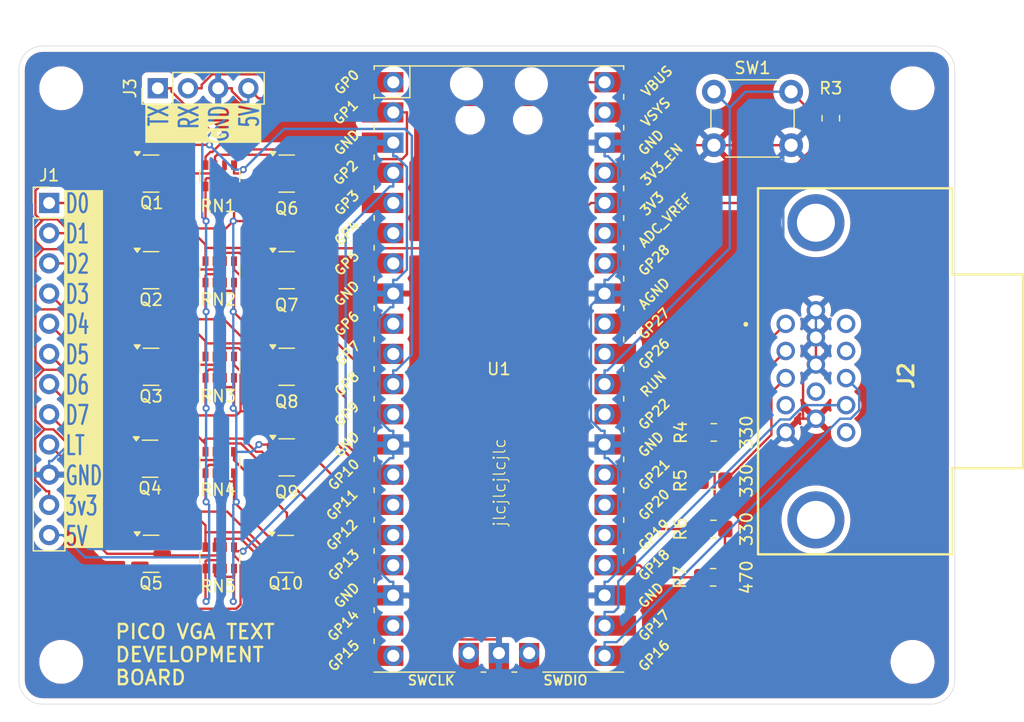
<source format=kicad_pcb>
(kicad_pcb (version 20240108) (generator "pcbnew") (generator_version "8.0")
  (layers (0 "F.Cu" signal) (31 "B.Cu" signal) (34 "B.Paste" user) (35 "F.Paste" user) (36 "B.SilkS" user "B.Silkscreen") (37 "F.SilkS" user "F.Silkscreen") (38 "B.Mask" user) (39 "F.Mask" user) (44 "Edge.Cuts" user))
  (net 0 "")
  (net 1 "+3V3")
  (net 2 "D0")
  (net 3 "LD0")
  (net 4 "D1")
  (net 5 "LD1")
  (net 6 "LD2")
  (net 7 "D2")
  (net 8 "LD3")
  (net 9 "D3")
  (net 10 "D4")
  (net 11 "LD4")
  (net 12 "D5")
  (net 13 "LD5")
  (net 14 "D6")
  (net 15 "LD6")
  (net 16 "LD7")
  (net 17 "D7")
  (net 18 "L_LATCH")
  (net 19 "LATCH")
  (net 20 "L_RX")
  (net 21 "TX")
  (net 22 "RUN")
  (net 23 "+5V")
  (net 24 "GND")
  (net 25 "L_TX")
  (net 26 "R")
  (net 27 "Net-(U1-GPIO21)")
  (net 28 "Net-(U1-GPIO20)")
  (net 29 "B")
  (net 30 "Net-(U1-GPIO19)")
  (net 31 "G")
  (net 32 "Net-(U1-GPIO18)")
  (net 49 "VSYNC")
  (net 51 "HSYNC")
  (footprint "MountingHole:MountingHole_3.2mm_M3" (layer "F.Cu") (at 119.888 99.568)
    (property "Reference" "H3")
    (property "Value" "MountingHole")
  )
  (footprint "Resistor_SMD:R_Array_Convex_4x0603" (layer "F.Cu") (at 61.6025 74.774 -90)
    (property "Reference" "RN3")
    (property "Value" "10k")
  )
  (footprint "Package_TO_SOT_SMD:SOT-23" (layer "F.Cu") (at 55.82 66.614)
    (property "Reference" "Q2")
    (property "Value" "BSS138")
  )
  (footprint "components:618015330923" (layer "F.Cu") (at 123.19 75.122 90)
    (property "Reference" "J2")
    (property "Value" "VGA" (hide yes))
  )
  (footprint "Resistor_SMD:R_0805_2012Metric_Pad1.20x1.40mm_HandSolder" (layer "F.Cu") (at 103.14 88.392)
    (property "Reference" "R6")
    (property "Value" "330")
  )
  (footprint "Package_TO_SOT_SMD:SOT-23" (layer "F.Cu") (at 55.82 58.486)
    (property "Reference" "Q1")
    (property "Value" "BSS138")
  )
  (footprint "Package_TO_SOT_SMD:SOT-23" (layer "F.Cu") (at 67.153 90.49)
    (property "Reference" "Q10")
    (property "Value" "BSS138")
  )
  (footprint "Package_TO_SOT_SMD:SOT-23" (layer "F.Cu") (at 55.82 74.742)
    (property "Reference" "Q3")
    (property "Value" "BSS138")
  )
  (footprint "MountingHole:MountingHole_3.2mm_M3" (layer "F.Cu") (at 119.888 51.308)
    (property "Reference" "H2")
    (property "Value" "MountingHole")
  )
  (footprint "Resistor_SMD:R_Array_Convex_4x0603" (layer "F.Cu") (at 61.6025 82.794 -90)
    (property "Reference" "RN4")
    (property "Value" "10k")
  )
  (footprint "Resistor_SMD:R_Array_Convex_4x0603" (layer "F.Cu") (at 61.6025 58.674 -90)
    (property "Reference" "RN1")
    (property "Value" "10k")
  )
  (footprint "Resistor_SMD:R_Array_Convex_4x0603" (layer "F.Cu") (at 61.6025 66.754 -90)
    (property "Reference" "RN2")
    (property "Value" "10k")
  )
  (footprint "Package_TO_SOT_SMD:SOT-23" (layer "F.Cu") (at 67.2315 66.614)
    (property "Reference" "Q7")
    (property "Value" "BSS138")
  )
  (footprint "Resistor_SMD:R_0805_2012Metric_Pad1.20x1.40mm_HandSolder" (layer "F.Cu") (at 103.172 80.264)
    (property "Reference" "R4")
    (property "Value" "330")
  )
  (footprint "Package_TO_SOT_SMD:SOT-23" (layer "F.Cu") (at 67.2315 58.486)
    (property "Reference" "Q6")
    (property "Value" "BSS138")
  )
  (footprint "MCU_RaspberryPi_and_Boards:RPi_Pico_SMD_TH" (layer "F.Cu") (at 85.09 74.93)
    (property "Reference" "U1")
    (property "Value" "Pico")
  )
  (footprint "Package_TO_SOT_SMD:SOT-23" (layer "F.Cu") (at 67.2315 74.742)
    (property "Reference" "Q8")
    (property "Value" "BSS138")
  )
  (footprint "Resistor_SMD:R_Array_Convex_4x0603" (layer "F.Cu") (at 61.6025 90.814 -90)
    (property "Reference" "RN5")
    (property "Value" "10k")
  )
  (footprint "Resistor_SMD:R_0805_2012Metric_Pad1.20x1.40mm_HandSolder" (layer "F.Cu") (at 113.014 53.832 90)
    (property "Reference" "R3")
    (property "Value" "10K")
  )
  (footprint "MountingHole:MountingHole_3.2mm_M3" (layer "F.Cu") (at 48.26 99.568)
    (property "Reference" "H4")
    (property "Value" "MountingHole")
  )
  (footprint "Package_TO_SOT_SMD:SOT-23" (layer "F.Cu") (at 67.2315 82.362)
    (property "Reference" "Q9")
    (property "Value" "BSS138")
  )
  (footprint "Connector_PinHeader_2.54mm:PinHeader_1x04_P2.54mm_Vertical" (layer "F.Cu") (at 56.388 51.308 90)
    (property "Reference" "J3")
    (property "Value" "UART")
  )
  (footprint "Package_TO_SOT_SMD:SOT-23" (layer "F.Cu") (at 55.7415 82.476)
    (property "Reference" "Q4")
    (property "Value" "BSS138")
  )
  (footprint "Button_Switch_THT:SW_PUSH_6mm" (layer "F.Cu") (at 103.176 51.598)
    (property "Reference" "SW1")
    (property "Value" "SW_Push")
  )
  (footprint "Package_TO_SOT_SMD:SOT-23" (layer "F.Cu") (at 55.82 90.477)
    (property "Reference" "Q5")
    (property "Value" "BSS138")
  )
  (footprint "Resistor_SMD:R_0805_2012Metric_Pad1.20x1.40mm_HandSolder" (layer "F.Cu") (at 103.108 92.456)
    (property "Reference" "R7")
    (property "Value" "470")
  )
  (footprint "Resistor_SMD:R_0805_2012Metric_Pad1.20x1.40mm_HandSolder" (layer "F.Cu") (at 103.14 84.328)
    (property "Reference" "R5")
    (property "Value" "330")
  )
  (footprint "Connector_PinHeader_2.54mm:PinHeader_1x12_P2.54mm_Vertical" (layer "F.Cu") (at 47.244 60.96)
    (property "Reference" "J1")
    (property "Value" "CONN")
  )
  (footprint "MountingHole:MountingHole_3.2mm_M3" (layer "F.Cu") (at 48.26 51.308)
    (property "Reference" "H1")
    (property "Value" "MountingHole")
  )
  (gr_line (start 44.704 101.124) (end 44.704 49.752) (stroke (width 0.05)) (layer "Edge.Cuts"))
  (gr_arc (start 121.444 47.752) (mid 122.858214 48.337786) (end 123.444 49.752) (stroke (width 0.05)) (layer "Edge.Cuts"))
  (gr_arc (start 44.704 49.752) (mid 45.289786 48.337786) (end 46.704 47.752) (stroke (width 0.05)) (layer "Edge.Cuts"))
  (gr_arc (start 123.444 101.124) (mid 122.858214 102.538214) (end 121.444 103.124) (stroke (width 0.05)) (layer "Edge.Cuts"))
  (gr_line (start 121.444 103.124) (end 46.704 103.124) (stroke (width 0.05)) (layer "Edge.Cuts"))
  (gr_arc (start 46.704 103.124) (mid 45.289786 102.538214) (end 44.704 101.124) (stroke (width 0.05)) (layer "Edge.Cuts"))
  (gr_line (start 46.704 47.752) (end 121.444 47.752) (stroke (width 0.05)) (layer "Edge.Cuts"))
  (gr_line (start 123.444 49.752) (end 123.444 101.124) (stroke (width 0.05)) (layer "Edge.Cuts"))
  (gr_text "jlcjlcjlcjlc" (at 85.725 88.265 90) (layer "F.SilkS") (effects (font (size 1 1) (thickness 0.1)) (justify left bottom)))
  (gr_text "PICO VGA TEXT\nDEVELOPMENT\nBOARD" (at 52.705 101.6 0) (layer "F.SilkS") (effects (font (size 1.2 1.2) (thickness 0.2)) (justify left bottom)))
  (gr_text "TX\nRX\nGND\n5V" (at 65.024 52.638 90) (layer "F.SilkS" knockout) (effects (font (size 1.58 1) (thickness 0.2)) (justify right bottom)))
  (gr_text "D0\nD1\nD2\nD3\nD4\nD5\nD6\nD7\nLT\nGND\n3v3\n5V" (at 48.514 89.916 0) (layer "F.SilkS" knockout) (effects (font (size 1.58 1) (thickness 0.2)) (justify left bottom)))
  (segment (start 66.2155 89.54) (end 62.992 86.3165) (width 0.2) (layer "F.Cu") (net 1))
  (segment (start 62.8025 62.4195) (end 62.738 62.484) (width 0.2) (layer "F.Cu") (net 1))
  (segment (start 62.738 62.484) (end 64.008 62.484) (width 0.2) (layer "F.Cu") (net 1))
  (segment (start 62.8025 59.5745) (end 62.8025 59.575) (width 0.2) (layer "F.Cu") (net 1))
  (segment (start 62.8025 67.654) (end 62.8025 68.254) (width 0.2) (layer "F.Cu") (net 1))
  (segment (start 46.6304 62.483) (end 46.0938 61.9464) (width 0.2) (layer "F.Cu") (net 1))
  (segment (start 54.8825 65.664) (end 54.0665 64.848) (width 0.2) (layer "F.Cu") (net 1))
  (segment (start 62.8025 59.5901) (end 62.8025 59.582) (width 0.2) (layer "F.Cu") (net 1))
  (segment (start 46.0756 80.7843) (end 46.0756 84.2798) (width 0.2) (layer "F.Cu") (net 1))
  (segment (start 62.8025 59.582) (end 62.8025 59.578) (width 0.2) (layer "F.Cu") (net 1))
  (segment (start 62.8025 59.578) (end 62.8025 59.582) (width 0.2) (layer "F.Cu") (net 1))
  (segment (start 93.98 60.96) (end 92.8299 60.96) (width 0.2) (layer "F.Cu") (net 1))
  (segment (start 54.8825 89.527) (end 54.8825 87.2863) (width 0.2) (layer "F.Cu") (net 1))
  (segment (start 46.8499 80.01) (end 46.0938 79.2539) (width 0.2) (layer "F.Cu") (net 1))
  (segment (start 61.2025 84.294) (end 61.3025 84.394) (width 0.2) (layer "F.Cu") (net 1))
  (segment (start 47.938 62.3375) (end 46.7759 62.3375) (width 0.2) (layer "F.Cu") (net 1))
  (segment (start 61.2025 76.274) (end 61.3825 76.454) (width 0.2) (layer "F.Cu") (net 1))
  (segment (start 62.8025 59.7035) (end 62.8025 59.833) (width 0.2) (layer "F.Cu") (net 1))
  (segment (start 47.244 86.36) (end 47.244 85.2099) (width 0.2) (layer "F.Cu") (net 1))
  (segment (start 48.7003 63.0998) (end 47.938 62.3375) (width 0.2) (layer "F.Cu") (net 1))
  (segment (start 62.8025 60.174) (end 62.8025 60.092) (width 0.2) (layer "F.Cu") (net 1))
  (segment (start 46.0938 75.6977) (end 46.7997 74.9918) (width 0.2) (layer "F.Cu") (net 1))
  (segment (start 62.8025 59.5742) (end 62.8025 59.5745) (width 0.2) (layer "F.Cu") (net 1))
  (segment (start 46.0756 84.2798) (end 47.0057 85.2099) (width 0.2) (layer "F.Cu") (net 1))
  (segment (start 62.8025 92.314) (end 62.8025 94.4235) (width 0.2) (layer "F.Cu") (net 1))
  (segment (start 46.0939 63.0195) (end 46.0939 64.1824) (width 0.2) (layer "F.Cu") (net 1))
  (segment (start 46.0938 74.2859) (end 46.7997 74.9918) (width 0.2) (layer "F.Cu") (net 1))
  (segment (start 46.6304 62.483) (end 46.0939 63.0195) (width 0.2) (layer "F.Cu") (net 1))
  (segment (start 62.8025 59.578) (end 62.8025 59.576) (width 0.2) (layer "F.Cu") (net 1))
  (segment (start 62.8025 59.6387) (end 62.8025 59.6063) (width 0.2) (layer "F.Cu") (net 1))
  (segment (start 62.8025 60.092) (end 62.8025 60.174) (width 0.2) (layer "F.Cu") (net 1))
  (segment (start 61.5025 68.354) (end 62.7025 68.354) (width 0.2) (layer "F.Cu") (net 1))
  (segment (start 62.8025 76.3895) (end 62.8025 78.1675) (width 0.2) (layer "F.Cu") (net 1))
  (segment (start 62.7025 92.414) (end 62.8025 92.314) (width 0.2) (layer "F.Cu") (net 1))
  (segment (start 46.0938 65.5137) (end 46.0938 69.9116) (width 0.2) (layer "F.Cu") (net 1))
  (segment (start 62.8025 75.8833) (end 62.8025 76.3895) (width 0.2) (layer "F.Cu") (net 1))
  (segment (start 66.294 73.6599) (end 66.294 73.792) (width 0.2) (layer "F.Cu") (net 1))
  (segment (start 62.8025 59.575) (end 62.8025 59.5745) (width 0.2) (layer "F.Cu") (net 1))
  (segment (start 46.0938 69.9116) (end 46.0938 74.2859) (width 0.2) (layer "F.Cu") (net 1))
  (segment (start 61.2025 68.054) (end 61.5025 68.354) (width 0.2) (layer "F.Cu") (net 1))
  (segment (start 62.7025 84.394) (end 62.8025 84.294) (width 0.2) (layer "F.Cu") (net 1))
  (segment (start 51.8901 73.792) (end 48.0097 69.9116) (width 0.2) (layer "F.Cu") (net 1))
  (segment (start 46.0939 64.1824) (end 46.7595 64.848) (width 0.2) (layer "F.Cu") (net 1))
  (segment (start 46.7759 62.3375) (end 46.6304 62.483) (width 0.2) (layer "F.Cu") (net 1))
  (segment (start 61.2025 60.174) (end 61.3025 60.274) (width 0.2) (layer "F.Cu") (net 1))
  (segment (start 62.8025 68.254) (end 62.8025 67.654) (width 0.2) (layer "F.Cu") (net 1))
  (segment (start 61.2025 67.654) (end 61.2025 68.054) (width 0.2) (layer "F.Cu") (net 1))
  (segment (start 54.8825 87.2863) (end 47.6062 80.01) (width 0.2) (layer "F.Cu") (net 1))
  (segment (start 62.992 86.3165) (end 62.992 86.106) (width 0.2) (layer "F.Cu") (net 1))
  (segment (start 62.8025 75.8833) (end 62.8025 75.674) (width 0.2) (layer "F.Cu") (net 1))
  (segment (start 46.7997 74.9918) (end 48.0099 74.9918) (width 0.2) (layer "F.Cu") (net 1))
  (segment (start 62.1222 63.0998) (end 48.7003 63.0998) (width 0.2) (layer "F.Cu") (net 1))
  (segment (start 48.4761 57.536) (end 54.8825 57.536) (width 0.2) (layer "F.Cu") (net 1))
  (segment (start 54.5441 81.526) (end 54.804 81.526) (width 0.2) (layer "F.Cu") (net 1))
  (segment (start 62.7381 70.1039) (end 62.738 70.104) (width 0.2) (layer "F.Cu") (net 1))
  (segment (start 62.8025 75.674) (end 62.8025 75.8833) (width 0.2) (layer "F.Cu") (net 1))
  (segment (start 62.8025 68.254) (end 62.8025 70.0395) (width 0.2) (layer "F.Cu") (net 1))
  (segment (start 54.8825 73.792) (end 51.8901 73.792) (width 0.2) (layer "F.Cu") (net 1))
  (segment (start 61.3825 76.454) (end 62.738 76.454) (width 0.2) (layer "F.Cu") (net 1))
  (segment (start 62.8025 59.5901) (end 62.8025 59.6063) (width 0.2) (layer "F.Cu") (net 1))
  (segment (start 46.8499 80.01) (end 46.0756 80.7843) (width 0.2) (layer "F.Cu") (net 1))
  (segment (start 46.7595 64.848) (end 46.0938 65.5137) (width 0.2) (layer "F.Cu") (net 1))
  (segment (start 62.8025 59.575) (end 62.8025 59.576) (width 0.2) (layer "F.Cu") (net 1))
  (segment (start 62.8025 59.5741) (end 62.8025 59.5742) (width 0.2) (layer "F.Cu") (net 1))
  (segment (start 62.8025 59.6063) (end 62.8025 59.5901) (width 0.2) (layer "F.Cu") (net 1))
  (segment (start 62.8025 83.694) (end 62.8025 84.294) (width 0.2) (layer "F.Cu") (net 1))
  (segment (start 62.8025 76.3895) (end 62.8025 75.8833) (width 0.2) (layer "F.Cu") (net 1))
  (segment (start 62.8025 59.6063) (end 62.8025 59.6387) (width 0.2) (layer "F.Cu") (net 1))
  (segment (start 61.2025 92.314) (end 61.3025 92.414) (width 0.2) (layer "F.Cu") (net 1))
  (segment (start 62.8025 78.1675) (end 62.738 78.232) (width 0.2) (layer "F.Cu") (net 1))
  (segment (start 62.8025 84.294) (end 62.8025 85.9165) (width 0.2) (layer "F.Cu") (net 1))
  (segment (start 62.8025 59.576) (end 62.8025 59.575) (width 0.2) (layer "F.Cu") (net 1))
  (segment (start 62.8025 59.574) (end 62.8025 59.5741) (width 0.2) (layer "F.Cu") (net 1))
  (segment (start 61.3025 84.394) (end 62.7025 84.394) (width 0.2) (layer "F.Cu") (net 1))
  (segment (start 64.8974 81.2886) (end 66.1706 81.2886) (width 0.2) (layer "F.Cu") (net 1))
  (segment (start 62.7025 60.274) (end 62.8025 60.174) (width 0.2) (layer "F.Cu") (net 1))
  (segment (start 61.2025 91.714) (end 61.2025 92.314) (width 0.2) (layer "F.Cu") (net 1))
  (segment (start 46.0938 59.9183) (end 48.4761 57.536) (width 0.2) (layer "F.Cu") (net 1))
  (segment (start 62.8025 92.314) (end 62.8025 91.714) (width 0.2) (layer "F.Cu") (net 1))
  (segment (start 106.886 60.96) (end 93.98 60.96) (width 0.2) (layer "F.Cu") (net 1))
  (segment (start 62.8025 59.582) (end 62.8025 59.5901) (width 0.2) (layer "F.Cu") (net 1))
  (segment (start 62.8025 84.294) (end 62.8025 83.694) (width 0.2) (layer "F.Cu") (net 1))
  (segment (start 66.294 64.77) (end 66.294 65.664) (width 0.2) (layer "F.Cu") (net 1))
  (segment (start 62.8025 70.0395) (end 62.7381 70.1039) (width 0.2) (layer "F.Cu") (net 1))
  (segment (start 64.008 62.484) (end 66.294 64.77) (width 0.2) (layer "F.Cu") (net 1))
  (segment (start 62.8025 59.5745) (end 62.8025 59.5742) (width 0.2) (layer "F.Cu") (net 1))
  (segment (start 62.8025 59.576) (end 62.8025 59.578) (width 0.2) (layer "F.Cu") (net 1))
  (segment (start 47.6062 80.01) (end 46.8499 80.01) (width 0.2) (layer "F.Cu") (net 1))
  (segment (start 62.738 76.454) (end 62.8025 76.3895) (width 0.2) (layer "F.Cu") (net 1))
  (segment (start 89.0199 64.77) (end 92.8299 60.96) (width 0.2) (layer "F.Cu") (net 1))
  (segment (start 61.2025 59.574) (end 61.2025 60.174) (width 0.2) (layer "F.Cu") (net 1))
  (segment (start 62.8025 85.9165) (end 62.992 86.106) (width 0.2) (layer "F.Cu") (net 1))
  (segment (start 46.0938 61.9464) (end 46.0938 59.9183) (width 0.2) (layer "F.Cu") (net 1))
  (segment (start 62.8025 91.714) (end 62.8025 92.314) (width 0.2) (layer "F.Cu") (net 1))
  (segment (start 48.0099 74.9918) (end 54.5441 81.526) (width 0.2) (layer "F.Cu") (net 1))
  (segment (start 113.014 54.832) (end 106.886 60.96) (width 0.2) (layer "F.Cu") (net 1))
  (segment (start 62.8025 59.5741) (end 62.8025 59.574) (width 0.2) (layer "F.Cu") (net 1))
  (segment (start 62.8025 94.4235) (end 62.738 94.488) (width 0.2) (layer "F.Cu") (net 1))
  (segment (start 62.8025 60.092) (end 62.8025 59.833) (width 0.2) (layer "F.Cu") (net 1))
  (segment (start 62.8025 59.5742) (end 62.8025 59.5741) (width 0.2) (layer "F.Cu") (net 1))
  (segment (start 47.0057 85.2099) (end 47.244 85.2099) (width 0.2) (layer "F.Cu") (net 1))
  (segment (start 62.8025 59.574) (end 64.256 59.574) (width 0.2) (layer "F.Cu") (net 1))
  (segment (start 61.3025 92.414) (end 62.7025 92.414) (width 0.2) (layer "F.Cu") (net 1))
  (segment (start 61.3025 60.274) (end 62.7025 60.274) (width 0.2) (layer "F.Cu") (net 1))
  (segment (start 66.1706 81.2886) (end 66.294 81.412) (width 0.2) (layer "F.Cu") (net 1))
  (segment (start 62.7381 70.1039) (end 66.294 73.6599) (width 0.2) (layer "F.Cu") (net 1))
  (segment (start 61.2025 83.694) (end 61.2025 84.294) (width 0.2) (layer "F.Cu") (net 1))
  (segment (start 62.8025 60.174) (end 62.8025 62.4195) (width 0.2) (layer "F.Cu") (net 1))
  (segment (start 48.0097 69.9116) (end 46.0938 69.9116) (width 0.2) (layer "F.Cu") (net 1))
  (segment (start 62.8025 59.7035) (end 62.8025 59.6387) (width 0.2) (layer "F.Cu") (net 1))
  (segment (start 46.0938 79.2539) (end 46.0938 75.6977) (width 0.2) (layer "F.Cu") (net 1))
  (segment (start 62.8025 59.6387) (end 62.8025 59.7035) (width 0.2) (layer "F.Cu") (net 1))
  (segment (start 62.7025 68.354) (end 62.8025 68.254) (width 0.2) (layer "F.Cu") (net 1))
  (segment (start 61.2025 75.674) (end 61.2025 76.274) (width 0.2) (layer "F.Cu") (net 1))
  (segment (start 66.294 64.77) (end 89.0199 64.77) (width 0.2) (layer "F.Cu") (net 1))
  (segment (start 54.0665 64.848) (end 46.7595 64.848) (width 0.2) (layer "F.Cu") (net 1))
  (segment (start 62.8025 59.833) (end 62.8025 60.092) (width 0.2) (layer "F.Cu") (net 1))
  (segment (start 62.8025 59.833) (end 62.8025 59.7035) (width 0.2) (layer "F.Cu") (net 1))
  (segment (start 64.256 59.574) (end 66.294 57.536) (width 0.2) (layer "F.Cu") (net 1))
  (segment (start 62.738 62.484) (end 62.1222 63.0998) (width 0.2) (layer "F.Cu") (net 1))
  (via (at 64.8974 81.2886) (size 0.6) (drill 0.3) (layers "F.Cu" "B.Cu") (net 1))
  (via (at 62.738 70.104) (size 0.6) (drill 0.3) (layers "F.Cu" "B.Cu") (net 1))
  (via (at 62.738 78.232) (size 0.6) (drill 0.3) (layers "F.Cu" "B.Cu") (net 1))
  (via (at 62.738 94.488) (size 0.6) (drill 0.3) (layers "F.Cu" "B.Cu") (net 1))
  (via (at 62.992 86.106) (size 0.6) (drill 0.3) (layers "F.Cu" "B.Cu") (net 1))
  (via (at 62.738 62.484) (size 0.6) (drill 0.3) (layers "F.Cu" "B.Cu") (net 1))
  (segment (start 62.992 86.106) (end 62.992 81.9009) (width 0.2) (layer "B.Cu") (net 1))
  (segment (start 62.992 81.9009) (end 62.992 78.486) (width 0.2) (layer "B.Cu") (net 1))
  (segment (start 64.2851 81.9009) (end 64.8974 81.2886) (width 0.2) (layer "B.Cu") (net 1))
  (segment (start 62.992 81.9009) (end 64.2851 81.9009) (width 0.2) (layer "B.Cu") (net 1))
  (segment (start 62.738 78.232) (end 62.738 70.104) (width 0.2) (layer "B.Cu") (net 1))
  (segment (start 62.738 94.488) (end 62.738 86.36) (width 0.2) (layer "B.Cu") (net 1))
  (segment (start 62.738 86.36) (end 62.992 86.106) (width 0.2) (layer "B.Cu") (net 1))
  (segment (start 62.738 70.104) (end 62.738 62.484) (width 0.2) (layer "B.Cu") (net 1))
  (segment (start 62.992 78.486) (end 62.738 78.232) (width 0.2) (layer "B.Cu") (net 1))
  (segment (start 56.7695 58.474) (end 61.922 58.474) (width 0.2) (layer "F.Cu") (net 2))
  (segment (start 56.7635 58.48) (end 56.7695 58.474) (width 0.2) (layer "F.Cu") (net 2))
  (segment (start 54.7439 60.96) (end 47.244 60.96) (width 0.2) (layer "F.Cu") (net 2))
  (segment (start 56.7635 58.9404) (end 54.7439 60.96) (width 0.2) (layer "F.Cu") (net 2))
  (segment (start 56.7635 58.48) (end 56.7635 58.9404) (width 0.2) (layer "F.Cu") (net 2))
  (segment (start 61.922 58.474) (end 62.0025 58.3935) (width 0.2) (layer "F.Cu") (net 2))
  (segment (start 62.0025 58.3935) (end 62.0025 57.774) (width 0.2) (layer "F.Cu") (net 2))
  (segment (start 56.7575 58.486) (end 56.7635 58.48) (width 0.2) (layer "F.Cu") (net 2))
  (segment (start 63.259 58.4741) (end 63.5761 58.157) (width 0.2) (layer "F.Cu") (net 3))
  (segment (start 54.8825 59.436) (end 54.8825 58.9235) (width 0.2) (layer "F.Cu") (net 3))
  (segment (start 62.8025 58.4741) (end 63.259 58.4741) (width 0.2) (layer "F.Cu") (net 3))
  (segment (start 54.8825 58.9235) (end 57.7382 56.0678) (width 0.2) (layer "F.Cu") (net 3))
  (segment (start 62.8025 57.774) (end 62.8025 58.4741) (width 0.2) (layer "F.Cu") (net 3))
  (segment (start 57.7382 56.0678) (end 60.7307 56.0678) (width 0.2) (layer "F.Cu") (net 3))
  (via (at 60.7307 56.0678) (size 0.6) (drill 0.3) (layers "F.Cu" "B.Cu") (net 3))
  (via (at 63.5761 58.157) (size 0.6) (drill 0.3) (layers "F.Cu" "B.Cu") (net 3))
  (segment (start 62.8199 58.157) (end 63.5761 58.157) (width 0.2) (layer "B.Cu") (net 3))
  (segment (start 77.767 55.3144) (end 77.767 73.7212) (width 0.2) (layer "B.Cu") (net 3))
  (segment (start 76.2 76.2) (end 76.2 75.0499) (width 0.2) (layer "B.Cu") (net 3))
  (segment (start 67.0033 54.7298) (end 77.1824 54.7298) (width 0.2) (layer "B.Cu") (net 3))
  (segment (start 77.767 73.7212) (end 76.4383 75.0499) (width 0.2) (layer "B.Cu") (net 3))
  (segment (start 60.7307 56.0678) (end 62.8199 58.157) (width 0.2) (layer "B.Cu") (net 3))
  (segment (start 76.4383 75.0499) (end 76.2 75.0499) (width 0.2) (layer "B.Cu") (net 3))
  (segment (start 63.5761 58.157) (end 67.0033 54.7298) (width 0.2) (layer "B.Cu") (net 3))
  (segment (start 77.1824 54.7298) (end 77.767 55.3144) (width 0.2) (layer "B.Cu") (net 3))
  (segment (start 59.436 63.5) (end 60.4025 64.4665) (width 0.2) (layer "F.Cu") (net 4))
  (segment (start 60.4025 64.7431) (end 63.5098 64.7431) (width 0.2) (layer "F.Cu") (net 4))
  (segment (start 47.244 63.5) (end 59.436 63.5) (width 0.2) (layer "F.Cu") (net 4))
  (segment (start 60.4025 64.4665) (end 60.4025 64.7431) (width 0.2) (layer "F.Cu") (net 4))
  (segment (start 65.3807 66.614) (end 68.169 66.614) (width 0.2) (layer "F.Cu") (net 4))
  (segment (start 63.5098 64.7431) (end 65.3807 66.614) (width 0.2) (layer "F.Cu") (net 4))
  (segment (start 60.4025 64.7431) (end 60.4025 65.854) (width 0.2) (layer "F.Cu") (net 4))
  (segment (start 76.2 78.74) (end 73.2499 78.74) (width 0.2) (layer "F.Cu") (net 5))
  (segment (start 63.2667 65.1539) (end 61.2025 65.1539) (width 0.2) (layer "F.Cu") (net 5))
  (segment (start 73.2499 74.5199) (end 73.2499 78.74) (width 0.2) (layer "F.Cu") (net 5))
  (segment (start 66.294 67.564) (end 73.2499 74.5199) (width 0.2) (layer "F.Cu") (net 5))
  (segment (start 65.6768 67.564) (end 63.2667 65.1539) (width 0.2) (layer "F.Cu") (net 5))
  (segment (start 66.294 67.564) (end 65.6768 67.564) (width 0.2) (layer "F.Cu") (net 5))
  (segment (start 61.2025 65.854) (end 61.2025 65.1539) (width 0.2) (layer "F.Cu") (net 5))
  (segment (start 67.3322 71.0838) (end 62.8025 66.5541) (width 0.2) (layer "F.Cu") (net 6))
  (segment (start 65.2558 74.1287) (end 65.5198 74.3927) (width 0.2) (layer "F.Cu") (net 6))
  (segment (start 67.3322 74.1287) (end 67.3322 71.0838) (width 0.2) (layer "F.Cu") (net 6))
  (segment (start 61.9485 70.742) (end 65.2558 74.0493) (width 0.2) (layer "F.Cu") (net 6))
  (segment (start 67.0682 74.3927) (end 67.3322 74.1287) (width 0.2) (layer "F.Cu") (net 6))
  (segment (start 65.2558 74.0493) (end 65.2558 74.1287) (width 0.2) (layer "F.Cu") (net 6))
  (segment (start 67.3322 74.1287) (end 68.9673 74.1287) (width 0.2) (layer "F.Cu") (net 6))
  (segment (start 68.9673 74.1287) (end 72.1942 77.3556) (width 0.2) (layer "F.Cu") (net 6))
  (segment (start 72.1942 81.216) (end 74.7982 83.82) (width 0.2) (layer "F.Cu") (net 6))
  (segment (start 54.8825 67.564) (end 58.0605 70.742) (width 0.2) (layer "F.Cu") (net 6))
  (segment (start 62.8025 65.854) (end 62.8025 66.5541) (width 0.2) (layer "F.Cu") (net 6))
  (segment (start 65.5198 74.3927) (end 67.0682 74.3927) (width 0.2) (layer "F.Cu") (net 6))
  (segment (start 74.7982 83.82) (end 76.2 83.82) (width 0.2) (layer "F.Cu") (net 6))
  (segment (start 58.0605 70.742) (end 61.9485 70.742) (width 0.2) (layer "F.Cu") (net 6))
  (segment (start 72.1942 77.3556) (end 72.1942 81.216) (width 0.2) (layer "F.Cu") (net 6))
  (segment (start 49.85 66.614) (end 56.7575 66.614) (width 0.2) (layer "F.Cu") (net 7))
  (segment (start 49.276 66.04) (end 49.85 66.614) (width 0.2) (layer "F.Cu") (net 7))
  (segment (start 57.084 66.614) (end 57.144 66.554) (width 0.2) (layer "F.Cu") (net 7))
  (segment (start 62.0025 66.454) (end 62.0025 65.854) (width 0.2) (layer "F.Cu") (net 7))
  (segment (start 47.244 66.04) (end 49.276 66.04) (width 0.2) (layer "F.Cu") (net 7))
  (segment (start 56.7575 66.614) (end 57.084 66.614) (width 0.2) (layer "F.Cu") (net 7))
  (segment (start 61.9025 66.554) (end 62.0025 66.454) (width 0.2) (layer "F.Cu") (net 7))
  (segment (start 57.144 66.554) (end 61.9025 66.554) (width 0.2) (layer "F.Cu") (net 7))
  (segment (start 76.2 86.36) (end 73.2499 86.36) (width 0.2) (layer "F.Cu") (net 8))
  (segment (start 63.4567 73.5715) (end 65.5772 75.692) (width 0.2) (layer "F.Cu") (net 8))
  (segment (start 63.4567 73.4316) (end 63.4567 73.5715) (width 0.2) (layer "F.Cu") (net 8))
  (segment (start 66.294 76.0504) (end 73.2499 83.0063) (width 0.2) (layer "F.Cu") (net 8))
  (segment (start 63.199 73.1739) (end 63.4567 73.4316) (width 0.2) (layer "F.Cu") (net 8))
  (segment (start 61.2025 73.1739) (end 63.199 73.1739) (width 0.2) (layer "F.Cu") (net 8))
  (segment (start 73.2499 83.0063) (end 73.2499 86.36) (width 0.2) (layer "F.Cu") (net 8))
  (segment (start 66.294 75.692) (end 66.294 76.0504) (width 0.2) (layer "F.Cu") (net 8))
  (segment (start 65.5772 75.692) (end 66.294 75.692) (width 0.2) (layer "F.Cu") (net 8))
  (segment (start 61.2025 73.874) (end 61.2025 73.1739) (width 0.2) (layer "F.Cu") (net 8))
  (segment (start 68.1182 74.7928) (end 68.169 74.742) (width 0.2) (layer "F.Cu") (net 9))
  (segment (start 60.4025 72.5945) (end 60.4025 72.7737) (width 0.2) (layer "F.Cu") (net 9))
  (segment (start 60.4025 72.7737) (end 60.4025 73.874) (width 0.2) (layer "F.Cu") (net 9))
  (segment (start 50.292 71.628) (end 59.436 71.628) (width 0.2) (layer "F.Cu") (net 9))
  (segment (start 63.3645 72.7737) (end 64.2459 73.6551) (width 0.2) (layer "F.Cu") (net 9))
  (segment (start 47.244 68.58) (end 50.292 71.628) (width 0.2) (layer "F.Cu") (net 9))
  (segment (start 65.2437 74.7928) (end 68.1182 74.7928) (width 0.2) (layer "F.Cu") (net 9))
  (segment (start 64.2459 73.795) (end 65.2437 74.7928) (width 0.2) (layer "F.Cu") (net 9))
  (segment (start 60.4025 72.7737) (end 63.3645 72.7737) (width 0.2) (layer "F.Cu") (net 9))
  (segment (start 64.2459 73.6551) (end 64.2459 73.795) (width 0.2) (layer "F.Cu") (net 9))
  (segment (start 59.436 71.628) (end 60.4025 72.5945) (width 0.2) (layer "F.Cu") (net 9))
  (segment (start 61.9025 74.574) (end 62.0025 74.474) (width 0.2) (layer "F.Cu") (net 10))
  (segment (start 56.9255 74.574) (end 61.9025 74.574) (width 0.2) (layer "F.Cu") (net 10))
  (segment (start 47.244 71.12) (end 50.866 74.742) (width 0.2) (layer "F.Cu") (net 10))
  (segment (start 56.7575 74.742) (end 56.9255 74.574) (width 0.2) (layer "F.Cu") (net 10))
  (segment (start 62.0025 74.474) (end 62.0025 73.874) (width 0.2) (layer "F.Cu") (net 10))
  (segment (start 50.866 74.742) (end 56.7575 74.742) (width 0.2) (layer "F.Cu") (net 10))
  (segment (start 71.8124 85.9291) (end 74.7833 88.9) (width 0.2) (layer "F.Cu") (net 11))
  (segment (start 65.6762 78.4849) (end 71.8124 84.6211) (width 0.2) (layer "F.Cu") (net 11))
  (segment (start 74.7833 88.9) (end 76.2 88.9) (width 0.2) (layer "F.Cu") (net 11))
  (segment (start 62.8025 73.874) (end 62.8025 74.5741) (width 0.2) (layer "F.Cu") (net 11))
  (segment (start 58.0255 78.835) (end 63.0025 78.835) (width 0.2) (layer "F.Cu") (net 11))
  (segment (start 63.3526 75.1242) (end 62.8025 74.5741) (width 0.2) (layer "F.Cu") (net 11))
  (segment (start 71.8124 84.6211) (end 71.8124 85.9291) (width 0.2) (layer "F.Cu") (net 11))
  (segment (start 63.3526 78.4849) (end 65.6762 78.4849) (width 0.2) (layer "F.Cu") (net 11))
  (segment (start 54.8825 75.692) (end 58.0255 78.835) (width 0.2) (layer "F.Cu") (net 11))
  (segment (start 63.3526 78.4849) (end 63.3526 75.1242) (width 0.2) (layer "F.Cu") (net 11))
  (segment (start 63.0025 78.835) (end 63.3526 78.4849) (width 0.2) (layer "F.Cu") (net 11))
  (segment (start 64.6489 81.8887) (end 65.1535 81.8887) (width 0.2) (layer "F.Cu") (net 12))
  (segment (start 53.34 79.756) (end 58.928 79.756) (width 0.2) (layer "F.Cu") (net 12))
  (segment (start 65.1535 81.8887) (end 65.6268 82.362) (width 0.2) (layer "F.Cu") (net 12))
  (segment (start 60.4025 81.2305) (end 60.4025 81.894) (width 0.2) (layer "F.Cu") (net 12))
  (segment (start 65.6268 82.362) (end 68.169 82.362) (width 0.2) (layer "F.Cu") (net 12))
  (segment (start 63.547 80.7868) (end 64.6489 81.8887) (width 0.2) (layer "F.Cu") (net 12))
  (segment (start 60.4147 80.7868) (end 63.547 80.7868) (width 0.2) (layer "F.Cu") (net 12))
  (segment (start 47.244 73.66) (end 53.34 79.756) (width 0.2) (layer "F.Cu") (net 12))
  (segment (start 60.1868 81.0147) (end 60.4025 81.2305) (width 0.2) (layer "F.Cu") (net 12))
  (segment (start 60.1868 81.0147) (end 60.4147 80.7868) (width 0.2) (layer "F.Cu") (net 12))
  (segment (start 58.928 79.756) (end 60.1868 81.0147) (width 0.2) (layer "F.Cu") (net 12))
  (segment (start 61.2025 81.1939) (end 63.3883 81.1939) (width 0.2) (layer "F.Cu") (net 13))
  (segment (start 63.3883 81.1939) (end 65.5064 83.312) (width 0.2) (layer "F.Cu") (net 13))
  (segment (start 65.5064 83.312) (end 66.294 83.312) (width 0.2) (layer "F.Cu") (net 13))
  (segment (start 74.422 91.44) (end 76.2 91.44) (width 0.2) (layer "F.Cu") (net 13))
  (segment (start 61.2025 81.894) (end 61.2025 81.1939) (width 0.2) (layer "F.Cu") (net 13))
  (segment (start 66.294 83.312) (end 74.422 91.44) (width 0.2) (layer "F.Cu") (net 13))
  (segment (start 56.797 82.594) (end 61.9025 82.594) (width 0.2) (layer "F.Cu") (net 14))
  (segment (start 53.52 82.476) (end 56.679 82.476) (width 0.2) (layer "F.Cu") (net 14))
  (segment (start 61.9025 82.594) (end 62.0025 82.494) (width 0.2) (layer "F.Cu") (net 14))
  (segment (start 62.0025 82.494) (end 62.0025 81.894) (width 0.2) (layer "F.Cu") (net 14))
  (segment (start 47.244 76.2) (end 53.52 82.476) (width 0.2) (layer "F.Cu") (net 14))
  (segment (start 56.679 82.476) (end 56.797 82.594) (width 0.2) (layer "F.Cu") (net 14))
  (segment (start 65.4413 90.1407) (end 66.9897 90.1407) (width 0.2) (layer "F.Cu") (net 15))
  (segment (start 54.804 83.426) (end 58.3075 86.9295) (width 0.2) (layer "F.Cu") (net 15))
  (segment (start 58.3075 86.9295) (end 62.2301 86.9295) (width 0.2) (layer "F.Cu") (net 15))
  (segment (start 67.2537 89.8767) (end 67.2537 87.0453) (width 0.2) (layer "F.Cu") (net 15))
  (segment (start 66.9897 90.1407) (end 67.2537 89.8767) (width 0.2) (layer "F.Cu") (net 15))
  (segment (start 62.2301 86.9295) (end 65.4413 90.1407) (width 0.2) (layer "F.Cu") (net 15))
  (segment (start 67.2537 87.0453) (end 62.8025 82.5941) (width 0.2) (layer "F.Cu") (net 15))
  (segment (start 62.8025 81.894) (end 62.8025 82.5941) (width 0.2) (layer "F.Cu") (net 15))
  (segment (start 68.9383 89.8767) (end 73.2499 94.1883) (width 0.2) (layer "F.Cu") (net 15))
  (segment (start 67.2537 89.8767) (end 68.9383 89.8767) (width 0.2) (layer "F.Cu") (net 15))
  (segment (start 76.2 96.52) (end 73.2499 96.52) (width 0.2) (layer "F.Cu") (net 15))
  (segment (start 73.2499 94.1883) (end 73.2499 96.52) (width 0.2) (layer "F.Cu") (net 15))
  (segment (start 61.2025 89.2139) (end 63.3829 89.2139) (width 0.2) (layer "F.Cu") (net 16))
  (segment (start 65.609 91.44) (end 66.2155 91.44) (width 0.2) (layer "F.Cu") (net 16))
  (segment (start 73.8355 99.06) (end 76.2 99.06) (width 0.2) (layer "F.Cu") (net 16))
  (segment (start 61.2025 89.914) (end 61.2025 89.2139) (width 0.2) (layer "F.Cu") (net 16))
  (segment (start 66.2155 91.44) (end 73.8355 99.06) (width 0.2) (layer "F.Cu") (net 16))
  (segment (start 63.3829 89.2139) (end 65.609 91.44) (width 0.2) (layer "F.Cu") (net 16))
  (segment (start 65.2756 90.5408) (end 68.0397 90.5408) (width 0.2) (layer "F.Cu") (net 17))
  (segment (start 60.4025 88.6657) (end 60.4025 89.914) (width 0.2) (layer "F.Cu") (net 17))
  (segment (start 47.244 78.74) (end 55.88 87.376) (width 0.2) (layer "F.Cu") (net 17))
  (segment (start 60.4025 88.0885) (end 60.4025 88.6657) (width 0.2) (layer "F.Cu") (net 17))
  (segment (start 55.88 87.376) (end 59.69 87.376) (width 0.2) (layer "F.Cu") (net 17))
  (segment (start 60.4025 88.6657) (end 63.4005 88.6657) (width 0.2) (layer "F.Cu") (net 17))
  (segment (start 59.69 87.376) (end 60.4025 88.0885) (width 0.2) (layer "F.Cu") (net 17))
  (segment (start 63.4005 88.6657) (end 65.2756 90.5408) (width 0.2) (layer "F.Cu") (net 17))
  (segment (start 68.0397 90.5408) (end 68.0905 90.49) (width 0.2) (layer "F.Cu") (net 17))
  (segment (start 62.8025 89.914) (end 62.8025 90.264) (width 0.2) (layer "F.Cu") (net 18))
  (segment (start 63.3526 94.74) (end 63.3526 91.1642) (width 0.2) (layer "F.Cu") (net 18))
  (segment (start 63.3526 91.1642) (end 62.8025 90.6141) (width 0.2) (layer "F.Cu") (net 18))
  (segment (start 62.8025 90.264) (end 63.5626 90.264) (width 0.2) (layer "F.Cu") (net 18))
  (segment (start 62.9919 95.1007) (end 63.3526 94.74) (width 0.2) (layer "F.Cu") (net 18))
  (segment (start 58.5562 95.1007) (end 62.9919 95.1007) (width 0.2) (layer "F.Cu") (net 18))
  (segment (start 62.8025 90.264) (end 62.8025 90.6141) (width 0.2) (layer "F.Cu") (net 18))
  (segment (start 54.8825 91.427) (end 58.5562 95.1007) (width 0.2) (layer "F.Cu") (net 18))
  (via (at 63.5626 90.264) (size 0.6) (drill 0.3) (layers "F.Cu" "B.Cu") (net 18))
  (segment (start 76.2 59.5701) (end 75.9125 59.5701) (width 0.2) (layer "B.Cu") (net 18))
  (segment (start 72.1918 81.6348) (end 63.5626 90.264) (width 0.2) (layer "B.Cu") (net 18))
  (segment (start 72.1918 63.2908) (end 72.1918 81.6348) (width 0.2) (layer "B.Cu") (net 18))
  (segment (start 75.9125 59.5701) (end 72.1918 63.2908) (width 0.2) (layer "B.Cu") (net 18))
  (segment (start 76.2 58.42) (end 76.2 59.5701) (width 0.2) (layer "B.Cu") (net 18))
  (segment (start 61.7025 90.614) (end 62.0025 90.314) (width 0.2) (layer "F.Cu") (net 19))
  (segment (start 56.7575 90.477) (end 56.8945 90.614) (width 0.2) (layer "F.Cu") (net 19))
  (segment (start 51.562 89.916) (end 52.123 90.477) (width 0.2) (layer "F.Cu") (net 19))
  (segment (start 47.244 81.28) (end 51.562 85.598) (width 0.2) (layer "F.Cu") (net 19))
  (segment (start 51.562 85.598) (end 51.562 89.916) (width 0.2) (layer "F.Cu") (net 19))
  (segment (start 56.8945 90.614) (end 61.7025 90.614) (width 0.2) (layer "F.Cu") (net 19))
  (segment (start 62.0025 90.314) (end 62.0025 89.914) (width 0.2) (layer "F.Cu") (net 19))
  (segment (start 52.123 90.477) (end 56.7575 90.477) (width 0.2) (layer "F.Cu") (net 19))
  (segment (start 76.2 53.34) (end 77.3501 53.34) (width 0.2) (layer "F.Cu") (net 20))
  (segment (start 66.294 59.436) (end 66.6017 59.1283) (width 0.2) (layer "F.Cu") (net 20))
  (segment (start 61.3752 56.9012) (end 67.0543 56.9012) (width 0.2) (layer "F.Cu") (net 20))
  (segment (start 77.3501 56.8644) (end 77.3501 53.34) (width 0.2) (layer "F.Cu") (net 20))
  (segment (start 67.0543 56.9012) (end 67.3599 57.2068) (width 0.2) (layer "F.Cu") (net 20))
  (segment (start 66.6017 59.1283) (end 67.1024 59.1283) (width 0.2) (layer "F.Cu") (net 20))
  (segment (start 71.6188 57.2698) (end 76.9447 57.2698) (width 0.2) (layer "F.Cu") (net 20))
  (segment (start 67.3599 57.2068) (end 67.3599 57.9076) (width 0.2) (layer "F.Cu") (net 20))
  (segment (start 61.2025 57.0739) (end 61.3752 56.9012) (width 0.2) (layer "F.Cu") (net 20))
  (segment (start 76.9447 57.2698) (end 77.3501 56.8644) (width 0.2) (layer "F.Cu") (net 20))
  (segment (start 67.1024 58.1651) (end 67.1024 59.1283) (width 0.2) (layer "F.Cu") (net 20))
  (segment (start 69.7603 59.1283) (end 71.6188 57.2698) (width 0.2) (layer "F.Cu") (net 20))
  (segment (start 67.1024 59.1283) (end 69.7603 59.1283) (width 0.2) (layer "F.Cu") (net 20))
  (segment (start 61.2025 57.774) (end 61.2025 57.0739) (width 0.2) (layer "F.Cu") (net 20))
  (segment (start 67.3599 57.9076) (end 67.1024 58.1651) (width 0.2) (layer "F.Cu") (net 20))
  (segment (start 57.5381 51.5811) (end 57.5381 51.308) (width 0.2) (layer "F.Cu") (net 21))
  (segment (start 61.8021 55.8451) (end 60.0587 54.1018) (width 0.2) (layer "F.Cu") (net 21))
  (segment (start 56.388 51.308) (end 57.5381 51.308) (width 0.2) (layer "F.Cu") (net 21))
  (segment (start 62.4136 56.4567) (end 61.8021 55.8451) (width 0.2) (layer "F.Cu") (net 21))
  (segment (start 60.8085 56.6679) (end 60.9793 56.6679) (width 0.2) (layer "F.Cu") (net 21))
  (segment (start 68.169 58.486) (end 68.169 58.0159) (width 0.2) (layer "F.Cu") (net 21))
  (segment (start 60.4025 57.774) (end 60.4025 57.0739) (width 0.2) (layer "F.Cu") (net 21))
  (segment (start 60.9793 56.6679) (end 61.8021 55.8451) (width 0.2) (layer "F.Cu") (net 21))
  (segment (start 60.0587 54.1018) (end 60.0587 54.1017) (width 0.2) (layer "F.Cu") (net 21))
  (segment (start 60.4025 57.0739) (end 60.8085 56.6679) (width 0.2) (layer "F.Cu") (net 21))
  (segment (start 60.0587 54.1017) (end 57.5381 51.5811) (width 0.2) (layer "F.Cu") (net 21))
  (segment (start 67.9565 57.8034) (end 67.9565 57.2376) (width 0.2) (layer "F.Cu") (net 21))
  (segment (start 67.9565 57.2376) (end 67.1756 56.4567) (width 0.2) (layer "F.Cu") (net 21))
  (segment (start 68.169 58.0159) (end 67.9565 57.8034) (width 0.2) (layer "F.Cu") (net 21))
  (segment (start 67.1756 56.4567) (end 62.4136 56.4567) (width 0.2) (layer "F.Cu") (net 21))
  (segment (start 110.91 52.832) (end 109.676 51.598) (width 0.2) (layer "F.Cu") (net 22))
  (segment (start 113.014 52.832) (end 110.91 52.832) (width 0.2) (layer "F.Cu") (net 22))
  (segment (start 109.676 51.598) (end 105.84 51.598) (width 0.2) (layer "B.Cu") (net 22))
  (segment (start 104.508 52.93) (end 104.508 64.7602) (width 0.2) (layer "B.Cu") (net 22))
  (segment (start 94.2183 75.0499) (end 93.98 75.0499) (width 0.2) (layer "B.Cu") (net 22))
  (segment (start 93.98 76.2) (end 93.98 75.0499) (width 0.2) (layer "B.Cu") (net 22))
  (segment (start 105.84 51.598) (end 104.508 52.93) (width 0.2) (layer "B.Cu") (net 22))
  (segment (start 104.508 64.7602) (end 94.2183 75.0499) (width 0.2) (layer "B.Cu") (net 22))
  (segment (start 103.176 51.598) (end 104.508 52.93) (width 0.2) (layer "B.Cu") (net 22))
  (segment (start 60.4025 59.574) (end 60.4025 58.974) (width 0.2) (layer "F.Cu") (net 23))
  (segment (start 60.4025 58.974) (end 60.5025 58.874) (width 0.2) (layer "F.Cu") (net 23))
  (segment (start 62.0025 91.314) (end 61.7025 91.014) (width 0.2) (layer "F.Cu") (net 23))
  (segment (start 60.4025 62.4345) (end 60.452 62.484) (width 0.2) (layer "F.Cu") (net 23))
  (segment (start 64.858 52.158) (end 80.098 52.158) (width 0.2) (layer "F.Cu") (net 23))
  (segment (start 60.5025 66.954) (end 60.4025 67.054) (width 0.2) (layer "F.Cu") (net 23))
  (segment (start 60.4025 70.0545) (end 60.452 70.104) (width 0.2) (layer "F.Cu") (net 23))
  (segment (start 62.0025 67.054) (end 61.9025 66.954) (width 0.2) (layer "F.Cu") (net 23))
  (segment (start 60.4025 75.274) (end 60.4025 75.674) (width 0.2) (layer "F.Cu") (net 23))
  (segment (start 62.0025 75.274) (end 61.7025 74.974) (width 0.2) (layer "F.Cu") (net 23))
  (segment (start 60.4025 59.574) (end 60.4025 62.4345) (width 0.2) (layer "F.Cu") (net 23))
  (segment (start 60.4025 75.674) (end 60.4025 78.1825) (width 0.2) (layer "F.Cu") (net 23))
  (segment (start 62.0025 67.654) (end 62.0025 67.054) (width 0.2) (layer "F.Cu") (net 23))
  (segment (start 80.098 52.158) (end 80.645 52.705) (width 0.2) (layer "F.Cu") (net 23))
  (segment (start 60.4025 67.054) (end 60.4025 67.654) (width 0.2) (layer "F.Cu") (net 23))
  (segment (start 62.0025 83.094) (end 62.0025 83.694) (width 0.2) (layer "F.Cu") (net 23))
  (segment (start 60.4025 91.114) (end 60.4025 91.714) (width 0.2) (layer "F.Cu") (net 23))
  (segment (start 60.7025 82.994) (end 61.9025 82.994) (width 0.2) (layer "F.Cu") (net 23))
  (segment (start 60.5025 58.874) (end 61.9025 58.874) (width 0.2) (layer "F.Cu") (net 23))
  (segment (start 60.4025 67.654) (end 60.4025 70.0545) (width 0.2) (layer "F.Cu") (net 23))
  (segment (start 60.4025 83.694) (end 60.4025 86.0565) (width 0.2) (layer "F.Cu") (net 23))
  (segment (start 60.4025 94.4385) (end 60.452 94.488) (width 0.2) (layer "F.Cu") (net 23))
  (segment (start 60.4025 86.0565) (end 60.452 86.106) (width 0.2) (layer "F.Cu") (net 23))
  (segment (start 60.4025 78.1825) (end 60.452 78.232) (width 0.2) (layer "F.Cu") (net 23))
  (segment (start 61.9025 58.874) (end 62.0025 58.974) (width 0.2) (layer "F.Cu") (net 23))
  (segment (start 60.4025 91.714) (end 60.4025 94.4385) (width 0.2) (layer "F.Cu") (net 23))
  (segment (start 90.17 52.705) (end 92.075 50.8) (width 0.2) (layer "F.Cu") (net 23))
  (segment (start 80.645 52.705) (end 90.17 52.705) (width 0.2) (layer "F.Cu") (net 23))
  (segment (start 60.5025 91.014) (end 60.4025 91.114) (width 0.2) (layer "F.Cu") (net 23))
  (segment (start 62.0025 75.674) (end 62.0025 75.274) (width 0.2) (layer "F.Cu") (net 23))
  (segment (start 60.4025 83.294) (end 60.7025 82.994) (width 0.2) (layer "F.Cu") (net 23))
  (segment (start 61.9025 82.994) (end 62.0025 83.094) (width 0.2) (layer "F.Cu") (net 23))
  (segment (start 61.7025 74.974) (end 60.7025 74.974) (width 0.2) (layer "F.Cu") (net 23))
  (segment (start 62.0025 58.974) (end 62.0025 59.574) (width 0.2) (layer "F.Cu") (net 23))
  (segment (start 64.008 51.308) (end 64.858 52.158) (width 0.2) (layer "F.Cu") (net 23))
  (segment (start 62.0025 91.714) (end 62.0025 91.314) (width 0.2) (layer "F.Cu") (net 23))
  (segment (start 60.4025 83.694) (end 60.4025 83.294) (width 0.2) (layer "F.Cu") (net 23))
  (segment (start 60.7025 74.974) (end 60.4025 75.274) (width 0.2) (layer "F.Cu") (net 23))
  (segment (start 92.075 50.8) (end 93.98 50.8) (width 0.2) (layer "F.Cu") (net 23))
  (segment (start 61.7025 91.014) (end 60.5025 91.014) (width 0.2) (layer "F.Cu") (net 23))
  (segment (start 61.9025 66.954) (end 60.5025 66.954) (width 0.2) (layer "F.Cu") (net 23))
  (via (at 60.452 94.488) (size 0.6) (drill 0.3) (layers "F.Cu" "B.Cu") (net 23))
  (via (at 60.452 78.232) (size 0.6) (drill 0.3) (layers "F.Cu" "B.Cu") (net 23))
  (via (at 60.452 70.104) (size 0.6) (drill 0.3) (layers "F.Cu" "B.Cu") (net 23))
  (via (at 60.452 62.484) (size 0.6) (drill 0.3) (layers "F.Cu" "B.Cu") (net 23))
  (via (at 60.452 86.106) (size 0.6) (drill 0.3) (layers "F.Cu" "B.Cu") (net 23))
  (segment (start 64.008 52.4581) (end 63.4918 52.4581) (width 0.2) (layer "B.Cu") (net 23))
  (segment (start 60.706 86.36) (end 60.706 90.772) (width 0.2) (layer "B.Cu") (net 23))
  (segment (start 60.706 90.772) (end 50.2661 90.772) (width 0.2) (layer "B.Cu") (net 23))
  (segment (start 60.452 78.232) (end 60.452 70.104) (width 0.2) (layer "B.Cu") (net 23))
  (segment (start 60.706 90.772) (end 60.706 94.234) (width 0.2) (layer "B.Cu") (net 23))
  (segment (start 64.008 51.308) (end 64.008 52.4581) (width 0.2) (layer "B.Cu") (net 23))
  (segment (start 60.1306 62.1626) (end 60.452 62.484) (width 0.2) (layer "B.Cu") (net 23))
  (segment (start 63.4918 52.4581) (end 60.1306 55.8193) (width 0.2) (layer "B.Cu") (net 23))
  (segment (start 60.452 62.484) (end 60.452 70.104) (width 0.2) (layer "B.Cu") (net 23))
  (segment (start 60.1306 55.8193) (end 60.1306 62.1626) (width 0.2) (layer "B.Cu") (net 23))
  (segment (start 60.452 78.232) (end 60.452 86.106) (width 0.2) (layer "B.Cu") (net 23))
  (segment (start 47.244 88.9) (end 48.3941 88.9) (width 0.2) (layer "B.Cu") (net 23))
  (segment (start 60.706 94.234) (end 60.452 94.488) (width 0.2) (layer "B.Cu") (net 23))
  (segment (start 60.452 86.106) (end 60.706 86.36) (width 0.2) (layer "B.Cu") (net 23))
  (segment (start 50.2661 90.772) (end 48.3941 88.9) (width 0.2) (layer "B.Cu") (net 23))
  (segment (start 76.2 93.98) (end 77.3501 93.98) (width 0.2) (layer "F.Cu") (net 24))
  (segment (start 85.09 97.6799) (end 81.05 97.6799) (width 0.2) (layer "F.Cu") (net 24))
  (segment (start 111.76 79.112) (end 110.6778 79.112) (width 0.2) (layer "F.Cu") (net 24))
  (segment (start 111.76 72.272) (end 111.76 74.552) (width 0.2) (layer "F.Cu") (net 24))
  (segment (start 81.05 97.6799) (end 77.3501 93.98) (width 0.2) (layer "F.Cu") (net 24))
  (segment (start 111.76 74.552) (end 110.6778 75.6342) (width 0.2) (layer "F.Cu") (net 24))
  (segment (start 93.98 93.98) (end 88.7899 93.98) (width 0.2) (layer "F.Cu") (net 24))
  (segment (start 93.98 55.88) (end 95.1301 55.88) (width 0.2) (layer "F.Cu") (net 24))
  (segment (start 103.176 56.098) (end 95.3481 56.098) (width 0.2) (layer "F.Cu") (net 24))
  (segment (start 109.676 56.098) (end 103.176 56.098) (width 0.2) (layer "F.Cu") (net 24))
  (segment (start 110.6778 79.112) (end 110.36 79.112) (width 0.2) (layer "F.Cu") (net 24))
  (segment (start 95.3481 56.098) (end 95.1301 55.88) (width 0.2) (layer "F.Cu") (net 24))
  (segment (start 66.9518 55.88) (end 62.6181 51.5463) (width 0.2) (layer "F.Cu") (net 24))
  (segment (start 61.468 51.308) (end 62.6181 51.308) (width 0.2) (layer "F.Cu") (net 24))
  (segment (start 76.2 55.88) (end 66.9518 55.88) (width 0.2) (layer "F.Cu") (net 24))
  (segment (start 110.36 79.112) (end 109.22 80.252) (width 0.2) (layer "F.Cu") (net 24))
  (segment (start 62.6181 51.5463) (end 62.6181 51.308) (width 0.2) (layer "F.Cu") (net 24))
  (segment (start 110.6778 75.6342) (end 110.6778 79.112) (width 0.2) (layer "F.Cu") (net 24))
  (segment (start 88.7899 93.98) (end 85.09 97.6799) (width 0.2) (layer "F.Cu") (net 24))
  (segment (start 85.09 98.83) (end 85.09 97.6799) (width 0.2) (layer "F.Cu") (net 24))
  (segment (start 92.8299 69.5795) (end 92.8299 79.2674) (width 0.2) (layer "B.Cu") (net 24))
  (segment (start 109.0155 56.7585) (end 109.0155 67.2475) (width 0.2) (layer "B.Cu") (net 24))
  (segment (start 75.9125 80.1299) (end 75.0357 79.2531) (width 0.2) (layer "B.Cu") (net 24))
  (segment (start 48.6338 65.2923) (end 48.6338 81.5184) (width 0.2) (layer "B.Cu") (net 24))
  (segment (start 47.244 83.82) (end 47.244 82.6699) (width 0.2) (layer "B.Cu") (net 24))
  (segment (start 77.3501 57.9364) (end 77.3501 66.5674) (width 0.2) (layer "B.Cu") (net 24))
  (segment (start 48.6338 81.5184) (end 47.4823 82.6699) (width 0.2) (layer "B.Cu") (net 24))
  (segment (start 95.1323 91.9432) (end 94.2456 92.8299) (width 0.2) (layer "B.Cu") (net 24))
  (segment (start 75.0499 91.9673) (end 75.0499 83.2926) (width 0.2) (layer "B.Cu") (net 24))
  (segment (start 93.98 68.0049) (end 93.98 67.4299) (width 0.2) (layer "B.Cu") (net 24))
  (segment (start 93.98 55.88) (end 93.98 57.0301) (width 0.2) (layer "B.Cu") (net 24))
  (segment (start 95.1301 66.5674) (end 94.2676 67.4299) (width 0.2) (layer "B.Cu") (net 24))
  (segment (start 47.4823 82.6699) (end 47.244 82.6699) (width 0.2) (layer "B.Cu") (net 24))
  (segment (start 93.98 81.28) (end 93.98 82.4301) (width 0.2) (layer "B.Cu") (net 24))
  (segment (start 75.0499 83.2926) (end 75.9124 82.4301) (width 0.2) (layer "B.Cu") (net 24))
  (segment (start 75.9633 69.7301) (end 76.2 69.7301) (width 0.2) (layer "B.Cu") (net 24))
  (segment (start 93.6924 80.1299) (end 93.98 80.1299) (width 0.2) (layer "B.Cu") (net 24))
  (segment (start 75.9125 92.8299) (end 75.0499 91.9673) (width 0.2) (layer "B.Cu") (net 24))
  (segment (start 93.98 68.4294) (end 92.8299 69.5795) (width 0.2) (layer "B.Cu") (net 24))
  (segment (start 77.3501 66.5674) (end 76.4876 67.4299) (width 0.2) (layer "B.Cu") (net 24))
  (segment (start 94.2675 57.0301) (end 95.1301 57.8927) (width 0.2) (layer "B.Cu") (net 24))
  (segment (start 95.1301 57.8927) (end 95.1301 66.5674) (width 0.2) (layer "B.Cu") (net 24))
  (segment (start 93.98 93.98) (end 93.98 92.8299) (width 0.2) (layer "B.Cu") (net 24))
  (segment (start 75.9124 82.4301) (end 76.2 82.4301) (width 0.2) (layer "B.Cu") (net 24))
  (segment (start 76.2 93.98) (end 76.2 92.8299) (width 0.2) (layer "B.Cu") (net 24))
  (segment (start 93.98 68.0049) (end 93.98 68.2788) (width 0.2) (layer "B.Cu") (net 24))
  (segment (start 76.2 68.58) (end 76.2 67.4299) (width 0.2) (layer "B.Cu") (net 24))
  (segment (start 76.2 92.8299) (end 75.9125 92.8299) (width 0.2) (layer "B.Cu") (net 24))
  (segment (start 94.2676 67.4299) (end 93.98 67.4299) (width 0.2) (layer "B.Cu") (net 24))
  (segment (start 61.468 51.308) (end 61.468 52.4581) (width 0.2) (layer "B.Cu") (net 24))
  (segment (start 76.2 57.0301) (end 76.4438 57.0301) (width 0.2) (layer "B.Cu") (net 24))
  (segment (start 76.2 81.28) (end 76.2 82.4301) (width 0.2) (layer "B.Cu") (net 24))
  (segment (start 76.2 80.1299) (end 75.9125 80.1299) (width 0.2) (layer "B.Cu") (net 24))
  (segment (start 75.0357 70.6577) (end 75.9633 69.7301) (width 0.2) (layer "B.Cu") (net 24))
  (segment (start 76.4438 57.0301) (end 77.3501 57.9364) (width 0.2) (layer "B.Cu") (net 24))
  (segment (start 109.0155 67.2475) (end 111.76 69.992) (width 0.2) (layer "B.Cu") (net 24))
  (segment (start 76.2 81.28) (end 76.2 80.1299) (width 0.2) (layer "B.Cu") (net 24))
  (segment (start 92.8299 79.2674) (end 93.6924 80.1299) (width 0.2) (layer "B.Cu") (net 24))
  (segment (start 61.468 52.4581) (end 48.6338 65.2923) (width 0.2) (layer "B.Cu") (net 24))
  (segment (start 75.0357 79.2531) (end 75.0357 70.6577) (width 0.2) (layer "B.Cu") (net 24))
  (segment (start 111.76 72.272) (end 111.76 69.992) (width 0.2) (layer "B.Cu") (net 24))
  (segment (start 93.98 68.58) (end 93.98 68.4294) (width 0.2) (layer "B.Cu") (net 24))
  (segment (start 76.2 55.88) (end 76.2 57.0301) (width 0.2) (layer "B.Cu") (net 24))
  (segment (start 93.98 81.28) (end 93.98 80.1299) (width 0.2) (layer "B.Cu") (net 24))
  (segment (start 93.98 68.4294) (end 93.98 68.2788) (width 0.2) (layer "B.Cu") (net 24))
  (segment (start 93.98 57.0301) (end 94.2675 57.0301) (width 0.2) (layer "B.Cu") (net 24))
  (segment (start 94.2456 92.8299) (end 93.98 92.8299) (width 0.2) (layer "B.Cu") (net 24))
  (segment (start 109.676 56.098) (end 109.0155 56.7585) (width 0.2) (layer "B.Cu") (net 24))
  (segment (start 76.4876 67.4299) (end 76.2 67.4299) (width 0.2) (layer "B.Cu") (net 24))
  (segment (start 76.2 68.58) (end 76.2 69.7301) (width 0.2) (layer "B.Cu") (net 24))
  (segment (start 94.2675 82.4301) (end 95.1323 83.2949) (width 0.2) (layer "B.Cu") (net 24))
  (segment (start 95.1323 83.2949) (end 95.1323 91.9432) (width 0.2) (layer "B.Cu") (net 24))
  (segment (start 93.98 82.4301) (end 94.2675 82.4301) (width 0.2) (layer "B.Cu") (net 24))
  (segment (start 60.9605 50.1381) (end 72.588 50.1381) (width 0.2) (layer "F.Cu") (net 25))
  (segment (start 60.0781 51.308) (end 60.0781 51.0205) (width 0.2) (layer "F.Cu") (net 25))
  (segment (start 72.588 50.1381) (end 73.2499 50.8) (width 0.2) (layer "F.Cu") (net 25))
  (segment (start 76.2 50.8) (end 73.2499 50.8) (width 0.2) (layer "F.Cu") (net 25))
  (segment (start 60.0781 51.0205) (end 60.9605 50.1381) (width 0.2) (layer "F.Cu") (net 25))
  (segment (start 58.928 51.308) (end 60.0781 51.308) (width 0.2) (layer "F.Cu") (net 25))
  (segment (start 104.172 80.264) (end 104.172 76.18) (width 0.2) (layer "F.Cu") (net 26))
  (segment (start 104.172 76.18) (end 109.22 71.132) (width 0.2) (layer "F.Cu") (net 26))
  (segment (start 98.616 83.82) (end 93.98 83.82) (width 0.2) (layer "F.Cu") (net 27))
  (segment (start 102.172 80.264) (end 98.616 83.82) (width 0.2) (layer "F.Cu") (net 27))
  (segment (start 102.14 84.328) (end 100.108 86.36) (width 0.2) (layer "F.Cu") (net 28))
  (segment (start 100.108 86.36) (end 93.98 86.36) (width 0.2) (layer "F.Cu") (net 28))
  (segment (start 104.14 84.328) (end 108.0152 80.4528) (width 0.2) (layer "F.Cu") (net 29))
  (segment (start 108.0152 80.4528) (end 108.0152 76.8968) (width 0.2) (layer "F.Cu") (net 29))
  (segment (start 108.0152 76.8968) (end 109.22 75.692) (width 0.2) (layer "F.Cu") (net 29))
  (segment (start 95.6381 88.392) (end 95.1301 88.9) (width 0.2) (layer "F.Cu") (net 30))
  (segment (start 93.98 88.9) (end 95.1301 88.9) (width 0.2) (layer "F.Cu") (net 30))
  (segment (start 102.14 88.392) (end 95.6381 88.392) (width 0.2) (layer "F.Cu") (net 30))
  (segment (start 104.14 88.392) (end 104.108 88.424) (width 0.2) (layer "F.Cu") (net 31))
  (segment (start 103.2386 87.4906) (end 103.2386 83.1249) (width 0.2) (layer "F.Cu") (net 31))
  (segment (start 107.3377 75.2943) (end 109.22 73.412) (width 0.2) (layer "F.Cu") (net 31))
  (segment (start 107.3377 79.0258) (end 107.3377 75.2943) (width 0.2) (layer "F.Cu") (net 31))
  (segment (start 104.108 88.424) (end 104.108 92.456) (width 0.2) (layer "F.Cu") (net 31))
  (segment (start 103.2386 83.1249) (end 107.3377 79.0258) (width 0.2) (layer "F.Cu") (net 31))
  (segment (start 104.14 88.392) (end 103.2386 87.4906) (width 0.2) (layer "F.Cu") (net 31))
  (segment (start 102.108 92.456) (end 97.9461 92.456) (width 0.2) (layer "F.Cu") (net 32))
  (segment (start 97.9461 92.456) (end 96.9301 91.44) (width 0.2) (layer "F.Cu") (net 32))
  (segment (start 93.98 91.44) (end 96.9301 91.44) (width 0.2) (layer "F.Cu") (net 32))
  (segment (start 108.7475 79.1768) (end 109.5579 79.1768) (width 0.2) (layer "B.Cu") (net 49))
  (segment (start 93.98 96.52) (end 93.98 95.3699) (width 0.2) (layer "B.Cu") (net 49))
  (segment (start 93.98 95.3699) (end 94.7707 95.3699) (width 0.2) (layer "B.Cu") (net 49))
  (segment (start 95.1301 95.0105) (end 95.1301 92.7942) (width 0.2) (layer "B.Cu") (net 49))
  (segment (start 109.5579 79.1768) (end 110.7627 77.972) (width 0.2) (layer "B.Cu") (net 49))
  (segment (start 95.1301 92.7942) (end 108.7475 79.1768) (width 0.2) (layer "B.Cu") (net 49))
  (segment (start 94.7707 95.3699) (end 95.1301 95.0105) (width 0.2) (layer "B.Cu") (net 49))
  (segment (start 110.7627 77.972) (end 114.3 77.972) (width 0.2) (layer "B.Cu") (net 49))
  (segment (start 95.0015 97.9099) (end 113.7994 79.112) (width 0.2) (layer "B.Cu") (net 51))
  (segment (start 114.6877 79.112) (end 115.4027 78.397) (width 0.2) (layer "B.Cu") (net 51))
  (segment (start 115.4027 78.397) (end 115.4027 76.7947) (width 0.2) (layer "B.Cu") (net 51))
  (segment (start 113.7994 79.112) (end 114.6877 79.112) (width 0.2) (layer "B.Cu") (net 51))
  (segment (start 93.98 97.9099) (end 95.0015 97.9099) (width 0.2) (layer "B.Cu") (net 51))
  (segment (start 115.4027 76.7947) (end 114.3 75.692) (width 0.2) (layer "B.Cu") (net 51))
  (segment (start 93.98 99.06) (end 93.98 97.9099) (width 0.2) (layer "B.Cu") (net 51))
  (zone (net 24) (net_name "GND") (layers "F&B.Cu") (connect_pads (clearance 0.5)) (min_thickness 0.25) (fill yes (thermal_gap 0.5) (thermal_bridge_width 0.5))
    (polygon (pts (xy 43.815 46.99) (xy 123.825 46.99) (xy 123.825 103.505) (xy 43.815 103.505)))
  )
)
</source>
